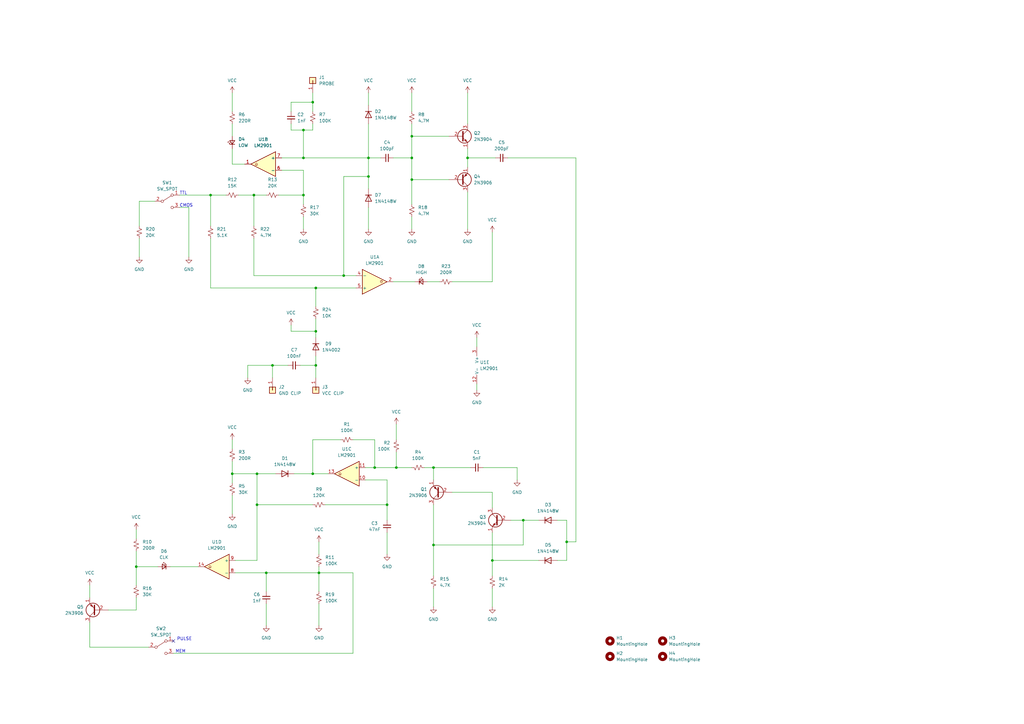
<source format=kicad_sch>
(kicad_sch (version 20220104) (generator eeschema)
  (paper "A3")
  (title_block (title "Logic Probe Model LO-525K") (date "2021-12-18") (rev "1.0"))
  (lib_symbols
    (symbol "Comparator:LM2901" (pin_names (offset 0.127))
      (property "Reference" "U" (at 0 5.08 0))
      (property "Value" "LM2901" (at 0 -5.08 0))
      (symbol "LM2901_1_1"
        (polyline (pts (xy -5.08 5.08) (xy 5.08 0) (xy -5.08 -5.08) (xy -5.08 5.08)) (stroke (width 0.254)) (fill (type background)))
        (polyline (pts (xy 3.302 -0.508) (xy 2.794 -0.508) (xy 3.302 0) (xy 2.794 0.508) (xy 2.286 0) (xy 2.794 -0.508) (xy 2.286 -0.508)) (stroke (width 0.127)))
        (pin open_collector line (at 7.62 0 180) (length 2.54) (name "~") (number "2"))
        (pin input line (at -7.62 -2.54 0) (length 2.54) (name "-") (number "4"))
        (pin input line (at -7.62 2.54 0) (length 2.54) (name "+") (number "5"))
      )
      (symbol "LM2901_2_1"
        (polyline (pts (xy -5.08 5.08) (xy 5.08 0) (xy -5.08 -5.08) (xy -5.08 5.08)) (stroke (width 0.254)) (fill (type background)))
        (polyline (pts (xy 3.302 -0.508) (xy 2.794 -0.508) (xy 3.302 0) (xy 2.794 0.508) (xy 2.286 0) (xy 2.794 -0.508) (xy 2.286 -0.508)) (stroke (width 0.127)))
        (pin open_collector line (at 7.62 0 180) (length 2.54) (name "~") (number "1"))
        (pin input line (at -7.62 -2.54 0) (length 2.54) (name "-") (number "6"))
        (pin input line (at -7.62 2.54 0) (length 2.54) (name "+") (number "7"))
      )
      (symbol "LM2901_3_1"
        (polyline (pts (xy -5.08 5.08) (xy 5.08 0) (xy -5.08 -5.08) (xy -5.08 5.08)) (stroke (width 0.254)) (fill (type background)))
        (polyline (pts (xy 3.302 -0.508) (xy 2.794 -0.508) (xy 3.302 0) (xy 2.794 0.508) (xy 2.286 0) (xy 2.794 -0.508) (xy 2.286 -0.508)) (stroke (width 0.127)))
        (pin input line (at -7.62 -2.54 0) (length 2.54) (name "-") (number "10"))
        (pin input line (at -7.62 2.54 0) (length 2.54) (name "+") (number "11"))
        (pin open_collector line (at 7.62 0 180) (length 2.54) (name "~") (number "13"))
      )
      (symbol "LM2901_4_1"
        (polyline (pts (xy -5.08 5.08) (xy 5.08 0) (xy -5.08 -5.08) (xy -5.08 5.08)) (stroke (width 0.254)) (fill (type background)))
        (polyline (pts (xy 3.302 -0.508) (xy 2.794 -0.508) (xy 3.302 0) (xy 2.794 0.508) (xy 2.286 0) (xy 2.794 -0.508) (xy 2.286 -0.508)) (stroke (width 0.127)))
        (pin open_collector line (at 7.62 0 180) (length 2.54) (name "~") (number "14"))
        (pin input line (at -7.62 -2.54 0) (length 2.54) (name "-") (number "8"))
        (pin input line (at -7.62 2.54 0) (length 2.54) (name "+") (number "9"))
      )
      (symbol "LM2901_5_1"
        (pin power_in line (at -2.54 -7.62 90) (length 3.81) (name "V-") (number "12"))
        (pin power_in line (at -2.54 7.62 270) (length 3.81) (name "V+") (number "3"))
      )
    )
    (symbol "Connector_Generic:Conn_01x01" (pin_names (offset 1.016) hide)
      (property "Reference" "J" (at 0 2.54 0))
      (property "Value" "Conn_01x01" (at 0 -2.54 0))
      (symbol "Conn_01x01_1_1"
        (rectangle (start -1.27 0.127) (end 0 -0.127) (stroke (width 0.1524)))
        (rectangle (start -1.27 1.27) (end 1.27 -1.27) (stroke (width 0.254)) (fill (type background)))
        (pin passive line (at -5.08 0 0) (length 3.81) (name "Pin_1") (number "1"))
      )
    )
    (symbol "Device:C_Small" (pin_numbers hide) (pin_names (offset 0.254) hide)
      (property "Reference" "C" (at 0.254 1.778 0))
      (property "Value" "C_Small" (at 0.254 -2.032 0))
      (symbol "C_Small_0_1"
        (polyline (pts (xy -1.524 -0.508) (xy 1.524 -0.508)) (stroke (width 0.3302)))
        (polyline (pts (xy -1.524 0.508) (xy 1.524 0.508)) (stroke (width 0.3048)))
      )
      (symbol "C_Small_1_1"
        (pin passive line (at 0 2.54 270) (length 2.032) (name "~") (number "1"))
        (pin passive line (at 0 -2.54 90) (length 2.032) (name "~") (number "2"))
      )
    )
    (symbol "Device:LED_Small" (pin_numbers hide) (pin_names (offset 0.254) hide)
      (property "Reference" "D" (at -1.27 3.175 0))
      (property "Value" "LED_Small" (at -4.445 -2.54 0))
      (symbol "LED_Small_0_1"
        (polyline (pts (xy -0.762 -1.016) (xy -0.762 1.016)) (stroke (width 0.254)))
        (polyline (pts (xy 1.016 0) (xy -0.762 0)))
        (polyline (pts (xy 0.762 -1.016) (xy -0.762 0) (xy 0.762 1.016) (xy 0.762 -1.016)) (stroke (width 0.254)))
        (polyline (pts (xy 0 0.762) (xy -0.508 1.27) (xy -0.254 1.27) (xy -0.508 1.27) (xy -0.508 1.016)))
        (polyline (pts (xy 0.508 1.27) (xy 0 1.778) (xy 0.254 1.778) (xy 0 1.778) (xy 0 1.524)))
      )
      (symbol "LED_Small_1_1"
        (pin passive line (at -2.54 0 0) (length 1.778) (name "K") (number "1"))
        (pin passive line (at 2.54 0 180) (length 1.778) (name "A") (number "2"))
      )
    )
    (symbol "Device:R_Small_US" (pin_numbers hide) (pin_names (offset 0.254) hide)
      (property "Reference" "R" (at 0.762 0.508 0))
      (property "Value" "R_Small_US" (at 0.762 -1.016 0))
      (symbol "R_Small_US_1_1"
        (polyline (pts (xy 0 0) (xy 1.016 -0.381) (xy 0 -0.762) (xy -1.016 -1.143) (xy 0 -1.524)))
        (polyline (pts (xy 0 1.524) (xy 1.016 1.143) (xy 0 0.762) (xy -1.016 0.381) (xy 0 0)))
        (pin passive line (at 0 2.54 270) (length 1.016) (name "~") (number "1"))
        (pin passive line (at 0 -2.54 90) (length 1.016) (name "~") (number "2"))
      )
    )
    (symbol "Diode:1N4002" (pin_numbers hide) (pin_names (offset 1.016) hide)
      (property "Reference" "D" (at 0 2.54 0))
      (property "Value" "1N4002" (at 0 -2.54 0))
      (symbol "1N4002_0_1"
        (polyline (pts (xy -1.27 1.27) (xy -1.27 -1.27)) (stroke (width 0.254)))
        (polyline (pts (xy 1.27 0) (xy -1.27 0)))
        (polyline (pts (xy 1.27 1.27) (xy 1.27 -1.27) (xy -1.27 0) (xy 1.27 1.27)) (stroke (width 0.254)))
      )
      (symbol "1N4002_1_1"
        (pin passive line (at -3.81 0 0) (length 2.54) (name "K") (number "1"))
        (pin passive line (at 3.81 0 180) (length 2.54) (name "A") (number "2"))
      )
    )
    (symbol "Diode:1N4148W" (pin_numbers hide) (pin_names (offset 1.016) hide)
      (property "Reference" "D" (at 0 2.54 0))
      (property "Value" "1N4148W" (at 0 -2.54 0))
      (symbol "1N4148W_0_1"
        (polyline (pts (xy -1.27 1.27) (xy -1.27 -1.27)) (stroke (width 0.254)))
        (polyline (pts (xy 1.27 0) (xy -1.27 0)))
        (polyline (pts (xy 1.27 1.27) (xy 1.27 -1.27) (xy -1.27 0) (xy 1.27 1.27)) (stroke (width 0.254)))
      )
      (symbol "1N4148W_1_1"
        (pin passive line (at -3.81 0 0) (length 2.54) (name "K") (number "1"))
        (pin passive line (at 3.81 0 180) (length 2.54) (name "A") (number "2"))
      )
    )
    (symbol "Mechanical:MountingHole" (pin_names (offset 1.016))
      (property "Reference" "H" (at 0 5.08 0))
      (property "Value" "MountingHole" (at 0 3.175 0))
      (symbol "MountingHole_0_1"
        (circle (center 0 0) (radius 1.27) (stroke (width 1.27)))
      )
    )
    (symbol "Switch:SW_SPDT" (pin_names (offset 0) hide)
      (property "Reference" "SW" (at 0 4.318 0))
      (property "Value" "SW_SPDT" (at 0 -5.08 0))
      (symbol "SW_SPDT_0_0"
        (circle (center -2.032 0) (radius 0.508))
        (circle (center 2.032 -2.54) (radius 0.508))
      )
      (symbol "SW_SPDT_0_1"
        (polyline (pts (xy -1.524 0.254) (xy 1.651 2.286)))
        (circle (center 2.032 2.54) (radius 0.508))
      )
      (symbol "SW_SPDT_1_1"
        (pin passive line (at 5.08 2.54 180) (length 2.54) (name "A") (number "1"))
        (pin passive line (at -5.08 0 0) (length 2.54) (name "B") (number "2"))
        (pin passive line (at 5.08 -2.54 180) (length 2.54) (name "C") (number "3"))
      )
    )
    (symbol "Transistor_BJT:2N3904" (pin_names (offset 0) hide)
      (property "Reference" "Q" (at 5.08 1.905 0))
      (property "Value" "2N3904" (at 5.08 0 0))
      (symbol "2N3904_0_1"
        (polyline (pts (xy 0.635 0.635) (xy 2.54 2.54)))
        (polyline (pts (xy 0.635 -0.635) (xy 2.54 -2.54) (xy 2.54 -2.54)))
        (polyline (pts (xy 0.635 1.905) (xy 0.635 -1.905) (xy 0.635 -1.905)) (stroke (width 0.508)))
        (polyline (pts (xy 1.27 -1.778) (xy 1.778 -1.27) (xy 2.286 -2.286) (xy 1.27 -1.778) (xy 1.27 -1.778)) (fill (type outline)))
        (circle (center 1.27 0) (radius 2.8194) (stroke (width 0.254)))
      )
      (symbol "2N3904_1_1"
        (pin passive line (at 2.54 -5.08 90) (length 2.54) (name "E") (number "1"))
        (pin passive line (at -5.08 0 0) (length 5.715) (name "B") (number "2"))
        (pin passive line (at 2.54 5.08 270) (length 2.54) (name "C") (number "3"))
      )
    )
    (symbol "Transistor_BJT:2N3906" (pin_names (offset 0) hide)
      (property "Reference" "Q" (at 5.08 1.905 0))
      (property "Value" "2N3906" (at 5.08 0 0))
      (symbol "2N3906_0_1"
        (polyline (pts (xy 0.635 0.635) (xy 2.54 2.54)))
        (polyline (pts (xy 0.635 -0.635) (xy 2.54 -2.54) (xy 2.54 -2.54)))
        (polyline (pts (xy 0.635 1.905) (xy 0.635 -1.905) (xy 0.635 -1.905)) (stroke (width 0.508)))
        (polyline (pts (xy 2.286 -1.778) (xy 1.778 -2.286) (xy 1.27 -1.27) (xy 2.286 -1.778) (xy 2.286 -1.778)) (fill (type outline)))
        (circle (center 1.27 0) (radius 2.8194) (stroke (width 0.254)))
      )
      (symbol "2N3906_1_1"
        (pin passive line (at 2.54 -5.08 90) (length 2.54) (name "E") (number "1"))
        (pin input line (at -5.08 0 0) (length 5.715) (name "B") (number "2"))
        (pin passive line (at 2.54 5.08 270) (length 2.54) (name "C") (number "3"))
      )
    )
    (symbol "power:GND" (power) (pin_names (offset 0))
      (property "Value" "GND" (at 0 -3.81 0))
      (symbol "GND_0_1"
        (polyline (pts (xy 0 0) (xy 0 -1.27) (xy 1.27 -1.27) (xy 0 -2.54) (xy -1.27 -1.27) (xy 0 -1.27)))
      )
      (symbol "GND_1_1"
        (pin power_in line (at 0 0 270) (length 0) hide (name "GND") (number "1"))
      )
    )
    (symbol "power:VCC" (power) (pin_names (offset 0))
      (property "Value" "VCC" (at 0 3.81 0))
      (symbol "VCC_0_1"
        (polyline (pts (xy -0.762 1.27) (xy 0 2.54)))
        (polyline (pts (xy 0 0) (xy 0 2.54)))
        (polyline (pts (xy 0 2.54) (xy 0.762 1.27)))
      )
      (symbol "VCC_1_1"
        (pin power_in line (at 0 0 90) (length 0) hide (name "VCC") (number "1"))
      )
    )
  )
  (junction (at 151.13 72.39))
  (junction (at 177.8 223.52))
  (junction (at 129.54 149.86))
  (junction (at 168.91 55.88))
  (junction (at 177.8 191.77))
  (junction (at 168.91 73.66))
  (junction (at 104.14 80.01))
  (junction (at 129.54 118.11))
  (junction (at 124.46 64.77))
  (junction (at 168.91 64.77))
  (junction (at 129.54 135.89))
  (junction (at 111.76 149.86))
  (junction (at 158.75 207.01))
  (junction (at 140.97 113.03))
  (junction (at 162.56 191.77))
  (junction (at 86.36 80.01))
  (junction (at 124.46 53.34))
  (junction (at 105.41 194.31))
  (junction (at 214.63 213.36))
  (junction (at 95.25 194.31))
  (junction (at 124.46 80.01))
  (junction (at 109.22 234.95))
  (junction (at 232.41 222.25))
  (junction (at 128.27 194.31))
  (junction (at 105.41 207.01))
  (junction (at 191.77 64.77))
  (junction (at 130.81 234.95))
  (junction (at 153.67 191.77))
  (junction (at 151.13 64.77))
  (junction (at 55.88 232.41))
  (junction (at 128.27 41.91))
  (junction (at 201.93 229.87))
  (no_connect (at 71.12 262.89))
  (wire (pts (xy 105.41 207.01) (xy 105.41 229.87)))
  (wire (pts (xy 153.67 191.77) (xy 149.86 191.77)))
  (wire (pts (xy 153.67 191.77) (xy 153.67 180.34)))
  (wire (pts (xy 128.27 180.34) (xy 128.27 194.31)))
  (wire (pts (xy 115.57 69.85) (xy 124.46 69.85)))
  (wire (pts (xy 214.63 223.52) (xy 177.8 223.52)))
  (wire (pts (xy 105.41 194.31) (xy 105.41 207.01)))
  (wire (pts (xy 86.36 80.01) (xy 73.66 80.01)))
  (wire (pts (xy 124.46 64.77) (xy 124.46 53.34)))
  (wire (pts (xy 130.81 222.25) (xy 130.81 227.33)))
  (wire (pts (xy 191.77 60.96) (xy 191.77 64.77)))
  (wire (pts (xy 101.6 149.86) (xy 101.6 154.94)))
  (wire (pts (xy 162.56 173.99) (xy 162.56 180.34)))
  (wire (pts (xy 95.25 60.96) (xy 95.25 67.31)))
  (wire (pts (xy 158.75 207.01) (xy 133.35 207.01)))
  (wire (pts (xy 162.56 185.42) (xy 162.56 191.77)))
  (wire (pts (xy 119.38 53.34) (xy 124.46 53.34)))
  (wire (pts (xy 55.88 245.11) (xy 55.88 250.19)))
  (wire (pts (xy 140.97 72.39) (xy 151.13 72.39)))
  (wire (pts (xy 158.75 218.44) (xy 158.75 227.33)))
  (wire (pts (xy 201.93 201.93) (xy 185.42 201.93)))
  (wire (pts (xy 129.54 135.89) (xy 119.38 135.89)))
  (wire (pts (xy 140.97 72.39) (xy 140.97 113.03)))
  (wire (pts (xy 104.14 80.01) (xy 109.22 80.01)))
  (wire (pts (xy 177.8 196.85) (xy 177.8 191.77)))
  (wire (pts (xy 177.8 223.52) (xy 177.8 236.22)))
  (wire (pts (xy 124.46 64.77) (xy 151.13 64.77)))
  (wire (pts (xy 77.47 85.09) (xy 77.47 105.41)))
  (wire (pts (xy 212.09 191.77) (xy 212.09 196.85)))
  (wire (pts (xy 158.75 196.85) (xy 158.75 207.01)))
  (wire (pts (xy 92.71 80.01) (xy 86.36 80.01)))
  (wire (pts (xy 109.22 234.95) (xy 109.22 242.57)))
  (wire (pts (xy 128.27 53.34) (xy 128.27 50.8)))
  (wire (pts (xy 124.46 53.34) (xy 128.27 53.34)))
  (wire (pts (xy 55.88 232.41) (xy 55.88 240.03)))
  (wire (pts (xy 128.27 41.91) (xy 128.27 45.72)))
  (wire (pts (xy 151.13 50.8) (xy 151.13 64.77)))
  (wire (pts (xy 184.15 73.66) (xy 168.91 73.66)))
  (wire (pts (xy 96.52 234.95) (xy 109.22 234.95)))
  (wire (pts (xy 111.76 149.86) (xy 101.6 149.86)))
  (wire (pts (xy 124.46 88.9) (xy 124.46 93.98)))
  (wire (pts (xy 130.81 232.41) (xy 130.81 234.95)))
  (wire (pts (xy 220.98 229.87) (xy 201.93 229.87)))
  (wire (pts (xy 36.83 255.27) (xy 36.83 265.43)))
  (wire (pts (xy 104.14 80.01) (xy 104.14 92.71)))
  (wire (pts (xy 191.77 78.74) (xy 191.77 93.98)))
  (wire (pts (xy 162.56 191.77) (xy 153.67 191.77)))
  (wire (pts (xy 232.41 229.87) (xy 228.6 229.87)))
  (wire (pts (xy 129.54 135.89) (xy 129.54 138.43)))
  (wire (pts (xy 144.78 267.97) (xy 71.12 267.97)))
  (wire (pts (xy 104.14 97.79) (xy 104.14 113.03)))
  (wire (pts (xy 201.93 95.25) (xy 201.93 115.57)))
  (wire (pts (xy 232.41 222.25) (xy 232.41 229.87)))
  (wire (pts (xy 151.13 64.77) (xy 151.13 72.39)))
  (wire (pts (xy 86.36 80.01) (xy 86.36 92.71)))
  (wire (pts (xy 60.96 265.43) (xy 36.83 265.43)))
  (wire (pts (xy 113.03 194.31) (xy 105.41 194.31)))
  (wire (pts (xy 36.83 240.03) (xy 36.83 245.11)))
  (wire (pts (xy 128.27 207.01) (xy 105.41 207.01)))
  (wire (pts (xy 95.25 194.31) (xy 95.25 198.12)))
  (wire (pts (xy 168.91 73.66) (xy 168.91 83.82)))
  (wire (pts (xy 105.41 194.31) (xy 95.25 194.31)))
  (wire (pts (xy 129.54 118.11) (xy 146.05 118.11)))
  (wire (pts (xy 139.7 180.34) (xy 128.27 180.34)))
  (wire (pts (xy 236.22 222.25) (xy 232.41 222.25)))
  (wire (pts (xy 129.54 130.81) (xy 129.54 135.89)))
  (wire (pts (xy 123.19 149.86) (xy 129.54 149.86)))
  (wire (pts (xy 177.8 191.77) (xy 173.99 191.77)))
  (wire (pts (xy 55.88 217.17) (xy 55.88 220.98)))
  (wire (pts (xy 177.8 207.01) (xy 177.8 223.52)))
  (wire (pts (xy 114.3 80.01) (xy 124.46 80.01)))
  (wire (pts (xy 198.12 191.77) (xy 212.09 191.77)))
  (wire (pts (xy 128.27 194.31) (xy 120.65 194.31)))
  (wire (pts (xy 149.86 196.85) (xy 158.75 196.85)))
  (wire (pts (xy 201.93 208.28) (xy 201.93 201.93)))
  (wire (pts (xy 220.98 213.36) (xy 214.63 213.36)))
  (wire (pts (xy 168.91 55.88) (xy 168.91 64.77)))
  (wire (pts (xy 130.81 234.95) (xy 144.78 234.95)))
  (wire (pts (xy 119.38 41.91) (xy 128.27 41.91)))
  (wire (pts (xy 175.26 115.57) (xy 180.34 115.57)))
  (wire (pts (xy 124.46 80.01) (xy 124.46 83.82)))
  (wire (pts (xy 185.42 115.57) (xy 201.93 115.57)))
  (wire (pts (xy 119.38 50.8) (xy 119.38 53.34)))
  (wire (pts (xy 195.58 157.48) (xy 195.58 160.02)))
  (wire (pts (xy 201.93 241.3) (xy 201.93 248.92)))
  (wire (pts (xy 95.25 180.34) (xy 95.25 184.15)))
  (wire (pts (xy 130.81 247.65) (xy 130.81 256.54)))
  (wire (pts (xy 73.66 85.09) (xy 77.47 85.09)))
  (wire (pts (xy 177.8 241.3) (xy 177.8 248.92)))
  (wire (pts (xy 57.15 82.55) (xy 57.15 92.71)))
  (wire (pts (xy 168.91 38.1) (xy 168.91 45.72)))
  (wire (pts (xy 201.93 218.44) (xy 201.93 229.87)))
  (wire (pts (xy 109.22 234.95) (xy 130.81 234.95)))
  (wire (pts (xy 86.36 97.79) (xy 86.36 118.11)))
  (wire (pts (xy 100.33 67.31) (xy 95.25 67.31)))
  (wire (pts (xy 119.38 133.35) (xy 119.38 135.89)))
  (wire (pts (xy 81.28 232.41) (xy 69.85 232.41)))
  (wire (pts (xy 55.88 226.06) (xy 55.88 232.41)))
  (wire (pts (xy 95.25 203.2) (xy 95.25 210.82)))
  (wire (pts (xy 193.04 191.77) (xy 177.8 191.77)))
  (wire (pts (xy 191.77 64.77) (xy 203.2 64.77)))
  (wire (pts (xy 130.81 234.95) (xy 130.81 242.57)))
  (wire (pts (xy 201.93 229.87) (xy 201.93 236.22)))
  (wire (pts (xy 115.57 64.77) (xy 124.46 64.77)))
  (wire (pts (xy 55.88 250.19) (xy 44.45 250.19)))
  (wire (pts (xy 151.13 85.09) (xy 151.13 93.98)))
  (wire (pts (xy 236.22 64.77) (xy 208.28 64.77)))
  (wire (pts (xy 144.78 234.95) (xy 144.78 267.97)))
  (wire (pts (xy 86.36 118.11) (xy 129.54 118.11)))
  (wire (pts (xy 129.54 118.11) (xy 129.54 125.73)))
  (wire (pts (xy 158.75 207.01) (xy 158.75 213.36)))
  (wire (pts (xy 214.63 213.36) (xy 214.63 223.52)))
  (wire (pts (xy 64.77 232.41) (xy 55.88 232.41)))
  (wire (pts (xy 191.77 64.77) (xy 191.77 68.58)))
  (wire (pts (xy 129.54 149.86) (xy 129.54 154.94)))
  (wire (pts (xy 111.76 149.86) (xy 111.76 154.94)))
  (wire (pts (xy 232.41 222.25) (xy 232.41 213.36)))
  (wire (pts (xy 236.22 222.25) (xy 236.22 64.77)))
  (wire (pts (xy 151.13 64.77) (xy 156.21 64.77)))
  (wire (pts (xy 168.91 50.8) (xy 168.91 55.88)))
  (wire (pts (xy 95.25 38.1) (xy 95.25 45.72)))
  (wire (pts (xy 118.11 149.86) (xy 111.76 149.86)))
  (wire (pts (xy 153.67 180.34) (xy 144.78 180.34)))
  (wire (pts (xy 57.15 97.79) (xy 57.15 105.41)))
  (wire (pts (xy 124.46 69.85) (xy 124.46 80.01)))
  (wire (pts (xy 95.25 189.23) (xy 95.25 194.31)))
  (wire (pts (xy 161.29 115.57) (xy 170.18 115.57)))
  (wire (pts (xy 129.54 146.05) (xy 129.54 149.86)))
  (wire (pts (xy 195.58 138.43) (xy 195.58 142.24)))
  (wire (pts (xy 128.27 38.1) (xy 128.27 41.91)))
  (wire (pts (xy 168.91 55.88) (xy 184.15 55.88)))
  (wire (pts (xy 97.79 80.01) (xy 104.14 80.01)))
  (wire (pts (xy 168.91 191.77) (xy 162.56 191.77)))
  (wire (pts (xy 161.29 64.77) (xy 168.91 64.77)))
  (wire (pts (xy 151.13 72.39) (xy 151.13 77.47)))
  (wire (pts (xy 128.27 194.31) (xy 134.62 194.31)))
  (wire (pts (xy 140.97 113.03) (xy 146.05 113.03)))
  (wire (pts (xy 109.22 247.65) (xy 109.22 256.54)))
  (wire (pts (xy 168.91 73.66) (xy 168.91 64.77)))
  (wire (pts (xy 191.77 38.1) (xy 191.77 50.8)))
  (wire (pts (xy 104.14 113.03) (xy 140.97 113.03)))
  (wire (pts (xy 95.25 50.8) (xy 95.25 55.88)))
  (wire (pts (xy 119.38 45.72) (xy 119.38 41.91)))
  (wire (pts (xy 151.13 38.1) (xy 151.13 43.18)))
  (wire (pts (xy 232.41 213.36) (xy 228.6 213.36)))
  (wire (pts (xy 105.41 229.87) (xy 96.52 229.87)))
  (wire (pts (xy 214.63 213.36) (xy 209.55 213.36)))
  (wire (pts (xy 168.91 88.9) (xy 168.91 93.98)))
  (wire (pts (xy 63.5 82.55) (xy 57.15 82.55)))
  (text "CMOS" (at 73.66 85.09 0) (effects (font (size 1.27 1.27)) (justify left bottom)))
  (text "MEM" (at 76.2 267.97 0) (effects (font (size 1.27 1.27)) (justify right bottom)))
  (text "PULSE" (at 78.74 262.89 0) (effects (font (size 1.27 1.27)) (justify right bottom)))
  (text "TTL" (at 73.66 80.01 0) (effects (font (size 1.27 1.27)) (justify left bottom)))
  (symbol (lib_id "power:GND") (at 77.47 105.41 0) (unit 1)
    (property "Reference" "#PWR022" (effects hide))
    (property "Value" "GND" (at 77.47 110.49 0))
  )
  (symbol (lib_id "Device:R_Small_US") (at 128.27 48.26 0) (unit 1)
    (property "Reference" "R7" (at 130.81 46.9899 0) (effects (justify left)))
    (property "Value" "100K" (at 130.81 49.5299 0) (effects (justify left)))
    (property "Footprint" "Resistor_SMD:R_0805_2012Metric" (effects hide))
  )
  (symbol (lib_id "Device:R_Small_US") (at 171.45 191.77 270) (mirror x) (unit 1)
    (property "Reference" "R4" (at 171.45 185.42 90))
    (property "Value" "100K" (at 171.45 187.96 90))
    (property "Footprint" "Resistor_SMD:R_0805_2012Metric" (effects hide))
  )
  (symbol (lib_id "Transistor_BJT:2N3904") (at 204.47 213.36 0) (mirror y) (unit 1)
    (property "Reference" "Q3" (at 199.39 212.0899 0) (effects (justify left)))
    (property "Value" "2N3904" (at 199.39 214.6299 0) (effects (justify left)))
    (property "Footprint" "Package_TO_SOT_THT:TO-92_Inline" (effects hide))
    (property "Datasheet" "https://www.onsemi.com/pub/Collateral/2N3903-D.PDF" (effects hide))
  )
  (symbol (lib_id "Comparator:LM2901") (at 153.67 115.57 0) (mirror x) (unit 1)
    (property "Reference" "U1" (at 153.67 105.41 0))
    (property "Value" "LM2901" (at 153.67 107.95 0))
    (property "Footprint" "Package_SO:SOIC-14_3.9x8.7mm_P1.27mm" (effects hide))
    (property "Datasheet" "https://www.st.com/resource/en/datasheet/lm2901.pdf" (effects hide))
  )
  (symbol (lib_id "Connector_Generic:Conn_01x01") (at 111.76 160.02 270) (unit 1)
    (property "Reference" "J2" (at 114.3 158.7499 90) (effects (justify left)))
    (property "Value" "GND CLIP" (at 114.3 161.2899 90) (effects (justify left)))
    (property "Footprint" "Connector:Banana_Jack_1Pin" (effects hide))
  )
  (symbol (lib_id "power:GND") (at 151.13 93.98 0) (unit 1)
    (property "Reference" "#PWR015" (effects hide))
    (property "Value" "GND" (at 151.13 99.06 0))
  )
  (symbol (lib_id "power:GND") (at 212.09 196.85 0) (mirror y) (unit 1)
    (property "Reference" "#PWR07" (effects hide))
    (property "Value" "GND" (at 212.09 201.93 0))
  )
  (symbol (lib_id "Device:R_Small_US") (at 130.81 207.01 90) (mirror x) (unit 1)
    (property "Reference" "R9" (at 130.81 200.66 90))
    (property "Value" "120K" (at 130.81 203.2 90))
    (property "Footprint" "Resistor_SMD:R_0805_2012Metric" (effects hide))
  )
  (symbol (lib_id "Device:R_Small_US") (at 111.76 80.01 90) (unit 1)
    (property "Reference" "R13" (at 111.76 73.66 90))
    (property "Value" "20K" (at 111.76 76.2 90))
    (property "Footprint" "Resistor_SMD:R_0805_2012Metric" (effects hide))
  )
  (symbol (lib_id "power:VCC") (at 95.25 180.34 0) (mirror y) (unit 1)
    (property "Reference" "#PWR02" (effects hide))
    (property "Value" "VCC" (at 95.25 175.26 0))
  )
  (symbol (lib_id "power:GND") (at 191.77 93.98 0) (unit 1)
    (property "Reference" "#PWR017" (effects hide))
    (property "Value" "GND" (at 191.77 99.06 0))
  )
  (symbol (lib_id "Comparator:LM2901") (at 107.95 67.31 0) (mirror y) (unit 2)
    (property "Reference" "U1" (at 107.95 57.15 0))
    (property "Value" "LM2901" (at 107.95 59.69 0))
    (property "Footprint" "Package_SO:SOIC-14_3.9x8.7mm_P1.27mm" (effects hide))
    (property "Datasheet" "https://www.st.com/resource/en/datasheet/lm2901.pdf" (effects hide))
  )
  (symbol (lib_id "power:VCC") (at 162.56 173.99 0) (mirror y) (unit 1)
    (property "Reference" "#PWR01" (effects hide))
    (property "Value" "VCC" (at 162.56 168.91 0))
  )
  (symbol (lib_id "Device:R_Small_US") (at 124.46 86.36 0) (unit 1)
    (property "Reference" "R17" (at 127 85.0899 0) (effects (justify left)))
    (property "Value" "30K" (at 127 87.6299 0) (effects (justify left)))
    (property "Footprint" "Resistor_SMD:R_0805_2012Metric" (effects hide))
  )
  (symbol (lib_id "power:VCC") (at 119.38 133.35 0) (unit 1)
    (property "Reference" "#PWR024" (effects hide))
    (property "Value" "VCC" (at 119.38 128.27 0))
  )
  (symbol (lib_id "power:VCC") (at 201.93 95.25 0) (unit 1)
    (property "Reference" "#PWR018" (effects hide))
    (property "Value" "VCC" (at 201.93 90.17 0))
  )
  (symbol (lib_id "power:GND") (at 124.46 93.98 0) (unit 1)
    (property "Reference" "#PWR014" (effects hide))
    (property "Value" "GND" (at 124.46 99.06 0))
  )
  (symbol (lib_id "Device:LED_Small") (at 95.25 58.42 90) (unit 1)
    (property "Reference" "D4" (at 97.79 57.0864 90) (effects (justify right)))
    (property "Value" "LOW" (at 97.79 59.6264 90) (effects (justify right)))
    (property "Footprint" "LED_THT:LED_D3.0mm_FlatTop" (effects hide))
  )
  (symbol (lib_id "Device:R_Small_US") (at 95.25 48.26 0) (unit 1)
    (property "Reference" "R6" (at 97.79 46.9899 0) (effects (justify left)))
    (property "Value" "220R" (at 97.79 49.5299 0) (effects (justify left)))
    (property "Footprint" "Resistor_SMD:R_0805_2012Metric" (effects hide))
  )
  (symbol (lib_id "Transistor_BJT:2N3906") (at 189.23 73.66 0) (mirror x) (unit 1)
    (property "Reference" "Q4" (at 194.31 72.3899 0) (effects (justify left)))
    (property "Value" "2N3906" (at 194.31 74.9299 0) (effects (justify left)))
    (property "Footprint" "Package_TO_SOT_THT:TO-92_Inline" (effects hide))
    (property "Datasheet" "https://www.onsemi.com/pub/Collateral/2N3906-D.PDF" (effects hide))
  )
  (symbol (lib_id "Device:R_Small_US") (at 55.88 223.52 0) (mirror y) (unit 1)
    (property "Reference" "R10" (at 58.42 222.2499 0) (effects (justify right)))
    (property "Value" "200R" (at 58.42 224.7899 0) (effects (justify right)))
    (property "Footprint" "Resistor_SMD:R_0805_2012Metric" (effects hide))
  )
  (symbol (lib_id "power:VCC") (at 151.13 38.1 0) (unit 1)
    (property "Reference" "#PWR04" (effects hide))
    (property "Value" "VCC" (at 151.13 33.02 0))
  )
  (symbol (lib_id "Device:R_Small_US") (at 201.93 238.76 0) (mirror y) (unit 1)
    (property "Reference" "R14" (at 204.47 237.4899 0) (effects (justify right)))
    (property "Value" "2K" (at 204.47 240.0299 0) (effects (justify right)))
    (property "Footprint" "Resistor_SMD:R_0805_2012Metric" (effects hide))
  )
  (symbol (lib_id "Device:LED_Small") (at 172.72 115.57 0) (unit 1)
    (property "Reference" "D8" (at 172.7835 109.22 0))
    (property "Value" "HIGH" (at 172.7835 111.76 0))
    (property "Footprint" "LED_THT:LED_D3.0mm_FlatTop" (effects hide))
  )
  (symbol (lib_id "power:VCC") (at 55.88 217.17 0) (mirror y) (unit 1)
    (property "Reference" "#PWR0101" (effects hide))
    (property "Value" "VCC" (at 55.88 212.09 0))
  )
  (symbol (lib_id "Switch:SW_SPDT") (at 66.04 265.43 0) (unit 1)
    (property "Reference" "SW2" (at 66.04 257.81 0))
    (property "Value" "SW_SPDT" (at 66.04 260.35 0))
    (property "Footprint" "Button_Switch_THT:SW_Slide_1P2T_CK_OS102011MS2Q" (effects hide))
  )
  (symbol (lib_id "Device:C_Small") (at 195.58 191.77 270) (mirror x) (unit 1)
    (property "Reference" "C1" (at 195.5736 185.42 90))
    (property "Value" "5nF" (at 195.5736 187.96 90))
    (property "Footprint" "Capacitor_SMD:C_0805_2012Metric" (effects hide))
  )
  (symbol (lib_id "Device:R_Small_US") (at 95.25 80.01 90) (unit 1)
    (property "Reference" "R12" (at 95.25 73.66 90))
    (property "Value" "15K" (at 95.25 76.2 90))
    (property "Footprint" "Resistor_SMD:R_0805_2012Metric" (effects hide))
  )
  (symbol (lib_id "Diode:1N4148W") (at 224.79 229.87 0) (mirror x) (unit 1)
    (property "Reference" "D5" (at 224.79 223.52 0))
    (property "Value" "1N4148W" (at 224.79 226.06 0))
    (property "Footprint" "Diode_SMD:D_SOD-123" (effects hide))
    (property "Datasheet" "https://www.vishay.com/docs/85748/1n4148w.pdf" (effects hide))
  )
  (symbol (lib_id "Comparator:LM2901") (at 198.12 149.86 0) (unit 5)
    (property "Reference" "U1" (at 196.85 148.5899 0) (effects (justify left)))
    (property "Value" "LM2901" (at 196.85 151.1299 0) (effects (justify left)))
    (property "Footprint" "Package_SO:SOIC-14_3.9x8.7mm_P1.27mm" (effects hide))
    (property "Datasheet" "https://www.st.com/resource/en/datasheet/lm2901.pdf" (effects hide))
  )
  (symbol (lib_id "Diode:1N4002") (at 129.54 142.24 270) (unit 1)
    (property "Reference" "D9" (at 133.35 140.97 90) (effects (justify left)))
    (property "Value" "1N4002" (at 132.08 143.51 90) (effects (justify left)))
    (property "Footprint" "Diode_SMD:D_SOD-123" (effects hide))
    (property "Datasheet" "http://www.vishay.com/docs/88503/1n4001.pdf" (effects hide))
  )
  (symbol (lib_id "Diode:1N4148W") (at 224.79 213.36 0) (mirror x) (unit 1)
    (property "Reference" "D3" (at 224.79 207.01 0))
    (property "Value" "1N4148W" (at 224.79 209.55 0))
    (property "Footprint" "Diode_SMD:D_SOD-123" (effects hide))
    (property "Datasheet" "https://www.vishay.com/docs/85748/1n4148w.pdf" (effects hide))
  )
  (symbol (lib_id "Device:R_Small_US") (at 129.54 128.27 0) (unit 1)
    (property "Reference" "R24" (at 132.08 126.9999 0) (effects (justify left)))
    (property "Value" "10K" (at 132.08 129.5399 0) (effects (justify left)))
    (property "Footprint" "Resistor_SMD:R_0805_2012Metric" (effects hide))
  )
  (symbol (lib_id "power:VCC") (at 36.83 240.03 0) (mirror y) (unit 1)
    (property "Reference" "#PWR011" (effects hide))
    (property "Value" "VCC" (at 36.83 234.95 0))
  )
  (symbol (lib_id "Device:R_Small_US") (at 182.88 115.57 90) (unit 1)
    (property "Reference" "R23" (at 182.88 109.22 90))
    (property "Value" "200R" (at 182.88 111.76 90))
    (property "Footprint" "Resistor_SMD:R_0805_2012Metric" (effects hide))
  )
  (symbol (lib_id "Device:R_Small_US") (at 55.88 242.57 0) (mirror y) (unit 1)
    (property "Reference" "R16" (at 58.42 241.2999 0) (effects (justify right)))
    (property "Value" "30K" (at 58.42 243.8399 0) (effects (justify right)))
    (property "Footprint" "Resistor_SMD:R_0805_2012Metric" (effects hide))
  )
  (symbol (lib_id "Device:R_Small_US") (at 95.25 186.69 0) (mirror y) (unit 1)
    (property "Reference" "R3" (at 97.79 185.4199 0) (effects (justify right)))
    (property "Value" "200R" (at 97.79 187.9599 0) (effects (justify right)))
    (property "Footprint" "Resistor_SMD:R_0805_2012Metric" (effects hide))
  )
  (symbol (lib_id "Device:C_Small") (at 205.74 64.77 90) (unit 1)
    (property "Reference" "C5" (at 205.7463 58.42 90))
    (property "Value" "200pF" (at 205.7463 60.96 90))
    (property "Footprint" "Capacitor_SMD:C_0805_2012Metric" (effects hide))
  )
  (symbol (lib_id "power:VCC") (at 195.58 138.43 0) (unit 1)
    (property "Reference" "#PWR023" (effects hide))
    (property "Value" "VCC" (at 195.58 133.35 0))
  )
  (symbol (lib_id "power:GND") (at 168.91 93.98 0) (unit 1)
    (property "Reference" "#PWR016" (effects hide))
    (property "Value" "GND" (at 168.91 99.06 0))
  )
  (symbol (lib_id "Device:R_Small_US") (at 57.15 95.25 180) (unit 1)
    (property "Reference" "R20" (at 59.69 93.9799 0) (effects (justify right)))
    (property "Value" "20K" (at 59.69 96.5199 0) (effects (justify right)))
    (property "Footprint" "Resistor_SMD:R_0805_2012Metric" (effects hide))
  )
  (symbol (lib_id "power:GND") (at 201.93 248.92 0) (mirror y) (unit 1)
    (property "Reference" "#PWR012" (effects hide))
    (property "Value" "GND" (at 201.93 254 0))
  )
  (symbol (lib_id "Device:C_Small") (at 158.75 215.9 0) (mirror x) (unit 1)
    (property "Reference" "C3" (at 154.94 214.63 0) (effects (justify right)))
    (property "Value" "47nF" (at 153.67 217.17 0))
    (property "Footprint" "Capacitor_SMD:C_0805_2012Metric" (effects hide))
  )
  (symbol (lib_id "power:GND") (at 95.25 210.82 0) (mirror y) (unit 1)
    (property "Reference" "#PWR08" (effects hide))
    (property "Value" "GND" (at 95.25 215.9 0))
  )
  (symbol (lib_id "Switch:SW_SPDT") (at 68.58 82.55 0) (unit 1)
    (property "Reference" "SW1" (at 68.58 74.93 0))
    (property "Value" "SW_SPDT" (at 68.58 77.47 0))
    (property "Footprint" "Button_Switch_THT:SW_Slide_1P2T_CK_OS102011MS2Q" (effects hide))
  )
  (symbol (lib_id "Device:R_Small_US") (at 130.81 245.11 0) (mirror y) (unit 1)
    (property "Reference" "R19" (at 133.35 243.8399 0) (effects (justify right)))
    (property "Value" "100K" (at 133.35 246.3799 0) (effects (justify right)))
    (property "Footprint" "Resistor_SMD:R_0805_2012Metric" (effects hide))
  )
  (symbol (lib_id "power:GND") (at 57.15 105.41 0) (unit 1)
    (property "Reference" "#PWR021" (effects hide))
    (property "Value" "GND" (at 57.15 110.49 0))
  )
  (symbol (lib_id "Device:R_Small_US") (at 95.25 200.66 0) (mirror y) (unit 1)
    (property "Reference" "R5" (at 97.79 199.3899 0) (effects (justify right)))
    (property "Value" "30K" (at 97.79 201.9299 0) (effects (justify right)))
    (property "Footprint" "Resistor_SMD:R_0805_2012Metric" (effects hide))
  )
  (symbol (lib_id "Device:C_Small") (at 119.38 48.26 0) (mirror y) (unit 1)
    (property "Reference" "C2" (at 121.92 46.9962 0) (effects (justify right)))
    (property "Value" "1nF" (at 121.92 49.5362 0) (effects (justify right)))
    (property "Footprint" "Capacitor_SMD:C_0805_2012Metric" (effects hide))
  )
  (symbol (lib_id "Device:R_Small_US") (at 168.91 86.36 0) (unit 1)
    (property "Reference" "R18" (at 171.45 85.0899 0) (effects (justify left)))
    (property "Value" "4.7M" (at 171.45 87.6299 0) (effects (justify left)))
    (property "Footprint" "Resistor_SMD:R_0805_2012Metric" (effects hide))
  )
  (symbol (lib_id "Diode:1N4148W") (at 151.13 81.28 270) (unit 1)
    (property "Reference" "D7" (at 153.67 80.0099 90) (effects (justify left)))
    (property "Value" "1N4148W" (at 153.67 82.5499 90) (effects (justify left)))
    (property "Footprint" "Diode_SMD:D_SOD-123" (effects hide))
    (property "Datasheet" "https://www.vishay.com/docs/85748/1n4148w.pdf" (effects hide))
  )
  (symbol (lib_id "power:VCC") (at 95.25 38.1 0) (unit 1)
    (property "Reference" "#PWR03" (effects hide))
    (property "Value" "VCC" (at 95.25 33.02 0))
  )
  (symbol (lib_id "Device:R_Small_US") (at 168.91 48.26 0) (unit 1)
    (property "Reference" "R8" (at 171.45 46.9899 0) (effects (justify left)))
    (property "Value" "4.7M" (at 171.45 49.5299 0) (effects (justify left)))
    (property "Footprint" "Resistor_SMD:R_0805_2012Metric" (effects hide))
  )
  (symbol (lib_id "power:GND") (at 195.58 160.02 0) (unit 1)
    (property "Reference" "#PWR025" (effects hide))
    (property "Value" "GND" (at 195.58 165.1 0))
  )
  (symbol (lib_id "Device:LED_Small") (at 67.31 232.41 0) (mirror y) (unit 1)
    (property "Reference" "D6" (at 67.2465 226.06 0))
    (property "Value" "CLK" (at 67.2465 228.6 0))
    (property "Footprint" "LED_THT:LED_D3.0mm_FlatTop" (effects hide))
  )
  (symbol (lib_id "Connector_Generic:Conn_01x01") (at 128.27 33.02 90) (unit 1)
    (property "Reference" "J1" (at 130.81 31.7499 90) (effects (justify right)))
    (property "Value" "PROBE" (at 130.81 34.2899 90) (effects (justify right)))
    (property "Footprint" "Connector:Banana_Jack_1Pin" (effects hide))
  )
  (symbol (lib_id "power:GND") (at 101.6 154.94 0) (unit 1)
    (property "Reference" "#PWR026" (effects hide))
    (property "Value" "GND" (at 101.6 160.02 0))
  )
  (symbol (lib_id "Device:R_Small_US") (at 177.8 238.76 0) (mirror y) (unit 1)
    (property "Reference" "R15" (at 180.34 237.4899 0) (effects (justify right)))
    (property "Value" "4.7K" (at 180.34 240.0299 0) (effects (justify right)))
    (property "Footprint" "Resistor_SMD:R_0805_2012Metric" (effects hide))
  )
  (symbol (lib_id "Mechanical:MountingHole") (at 250.19 262.89 0) (unit 1)
    (property "Reference" "H1" (at 252.73 261.6199 0) (effects (justify left)))
    (property "Value" "MountingHole" (at 252.73 264.1599 0) (effects (justify left)))
    (property "Footprint" "MountingHole:MountingHole_2.2mm_M2_DIN965" (effects hide))
  )
  (symbol (lib_id "Transistor_BJT:2N3906") (at 39.37 250.19 180) (unit 1)
    (property "Reference" "Q5" (at 34.29 248.9199 0) (effects (justify left)))
    (property "Value" "2N3906" (at 34.29 251.4599 0) (effects (justify left)))
    (property "Footprint" "Package_TO_SOT_THT:TO-92_Inline" (effects hide))
    (property "Datasheet" "https://www.onsemi.com/pub/Collateral/2N3906-D.PDF" (effects hide))
  )
  (symbol (lib_id "power:GND") (at 130.81 256.54 0) (mirror y) (unit 1)
    (property "Reference" "#PWR019" (effects hide))
    (property "Value" "GND" (at 130.81 261.62 0))
  )
  (symbol (lib_id "Device:R_Small_US") (at 130.81 229.87 0) (mirror y) (unit 1)
    (property "Reference" "R11" (at 133.35 228.5999 0) (effects (justify right)))
    (property "Value" "100K" (at 133.35 231.1399 0) (effects (justify right)))
    (property "Footprint" "Resistor_SMD:R_0805_2012Metric" (effects hide))
  )
  (symbol (lib_id "Transistor_BJT:2N3906") (at 180.34 201.93 180) (unit 1)
    (property "Reference" "Q1" (at 175.26 200.6599 0) (effects (justify left)))
    (property "Value" "2N3906" (at 175.26 203.1999 0) (effects (justify left)))
    (property "Footprint" "Package_TO_SOT_THT:TO-92_Inline" (effects hide))
    (property "Datasheet" "https://www.onsemi.com/pub/Collateral/2N3906-D.PDF" (effects hide))
  )
  (symbol (lib_id "Mechanical:MountingHole") (at 271.78 262.89 0) (unit 1)
    (property "Reference" "H3" (at 274.32 261.6199 0) (effects (justify left)))
    (property "Value" "MountingHole" (at 274.32 264.1599 0) (effects (justify left)))
    (property "Footprint" "MountingHole:MountingHole_2.2mm_M2_DIN965" (effects hide))
  )
  (symbol (lib_id "power:GND") (at 109.22 256.54 0) (mirror y) (unit 1)
    (property "Reference" "#PWR020" (effects hide))
    (property "Value" "GND" (at 109.22 261.62 0))
  )
  (symbol (lib_id "power:GND") (at 177.8 248.92 0) (mirror y) (unit 1)
    (property "Reference" "#PWR013" (effects hide))
    (property "Value" "GND" (at 177.8 254 0))
  )
  (symbol (lib_id "Device:R_Small_US") (at 162.56 182.88 0) (mirror x) (unit 1)
    (property "Reference" "R2" (at 160.02 181.6099 0) (effects (justify right)))
    (property "Value" "100K" (at 160.02 184.1499 0) (effects (justify right)))
    (property "Footprint" "Resistor_SMD:R_0805_2012Metric" (effects hide))
  )
  (symbol (lib_id "Device:R_Small_US") (at 104.14 95.25 180) (unit 1)
    (property "Reference" "R22" (at 106.68 93.9799 0) (effects (justify right)))
    (property "Value" "4.7M" (at 106.68 96.5199 0) (effects (justify right)))
    (property "Footprint" "Resistor_SMD:R_0805_2012Metric" (effects hide))
  )
  (symbol (lib_id "Device:R_Small_US") (at 86.36 95.25 180) (unit 1)
    (property "Reference" "R21" (at 88.9 93.9799 0) (effects (justify right)))
    (property "Value" "5.1K" (at 88.9 96.5199 0) (effects (justify right)))
    (property "Footprint" "Resistor_SMD:R_0805_2012Metric" (effects hide))
  )
  (symbol (lib_id "Diode:1N4148W") (at 116.84 194.31 0) (mirror y) (unit 1)
    (property "Reference" "D1" (at 116.84 187.96 0))
    (property "Value" "1N4148W" (at 116.84 190.5 0))
    (property "Footprint" "Diode_SMD:D_SOD-123" (effects hide))
    (property "Datasheet" "https://www.vishay.com/docs/85748/1n4148w.pdf" (effects hide))
  )
  (symbol (lib_id "Diode:1N4148W") (at 151.13 46.99 270) (unit 1)
    (property "Reference" "D2" (at 153.67 45.7199 90) (effects (justify left)))
    (property "Value" "1N4148W" (at 153.67 48.2599 90) (effects (justify left)))
    (property "Footprint" "Diode_SMD:D_SOD-123" (effects hide))
    (property "Datasheet" "https://www.vishay.com/docs/85748/1n4148w.pdf" (effects hide))
  )
  (symbol (lib_id "Comparator:LM2901") (at 142.24 194.31 0) (mirror y) (unit 3)
    (property "Reference" "U1" (at 142.24 184.15 0))
    (property "Value" "LM2901" (at 142.24 186.69 0))
    (property "Footprint" "Package_SO:SOIC-14_3.9x8.7mm_P1.27mm" (effects hide))
    (property "Datasheet" "https://www.st.com/resource/en/datasheet/lm2901.pdf" (effects hide))
  )
  (symbol (lib_id "Mechanical:MountingHole") (at 250.19 269.24 0) (unit 1)
    (property "Reference" "H2" (at 252.73 267.9699 0) (effects (justify left)))
    (property "Value" "MountingHole" (at 252.73 270.5099 0) (effects (justify left)))
    (property "Footprint" "MountingHole:MountingHole_2.2mm_M2_DIN965" (effects hide))
  )
  (symbol (lib_id "Device:C_Small") (at 158.75 64.77 90) (unit 1)
    (property "Reference" "C4" (at 158.7563 58.42 90))
    (property "Value" "100pF" (at 158.7563 60.96 90))
    (property "Footprint" "Capacitor_SMD:C_0805_2012Metric" (effects hide))
  )
  (symbol (lib_id "power:VCC") (at 130.81 222.25 0) (mirror y) (unit 1)
    (property "Reference" "#PWR09" (effects hide))
    (property "Value" "VCC" (at 130.81 217.17 0))
  )
  (symbol (lib_id "Connector_Generic:Conn_01x01") (at 129.54 160.02 270) (unit 1)
    (property "Reference" "J3" (at 132.08 158.7499 90) (effects (justify left)))
    (property "Value" "VCC CLIP" (at 132.08 161.2899 90) (effects (justify left)))
    (property "Footprint" "Connector:Banana_Jack_1Pin" (effects hide))
  )
  (symbol (lib_id "Transistor_BJT:2N3904") (at 189.23 55.88 0) (unit 1)
    (property "Reference" "Q2" (at 194.31 54.6099 0) (effects (justify left)))
    (property "Value" "2N3904" (at 194.31 57.1499 0) (effects (justify left)))
    (property "Footprint" "Package_TO_SOT_THT:TO-92_Inline" (effects hide))
    (property "Datasheet" "https://www.onsemi.com/pub/Collateral/2N3903-D.PDF" (effects hide))
  )
  (symbol (lib_id "Device:C_Small") (at 109.22 245.11 0) (mirror x) (unit 1)
    (property "Reference" "C6" (at 106.68 243.8335 0) (effects (justify right)))
    (property "Value" "1nF" (at 105.41 246.38 0))
    (property "Footprint" "Capacitor_SMD:C_0805_2012Metric" (effects hide))
  )
  (symbol (lib_id "Comparator:LM2901") (at 88.9 232.41 0) (mirror y) (unit 4)
    (property "Reference" "U1" (at 88.9 222.25 0))
    (property "Value" "LM2901" (at 88.9 224.79 0))
    (property "Footprint" "Package_SO:SOIC-14_3.9x8.7mm_P1.27mm" (effects hide))
    (property "Datasheet" "https://www.st.com/resource/en/datasheet/lm2901.pdf" (effects hide))
  )
  (symbol (lib_id "Mechanical:MountingHole") (at 271.78 269.24 0) (unit 1)
    (property "Reference" "H4" (at 274.32 267.9699 0) (effects (justify left)))
    (property "Value" "MountingHole" (at 274.32 270.5099 0) (effects (justify left)))
    (property "Footprint" "MountingHole:MountingHole_2.2mm_M2_DIN965" (effects hide))
  )
  (symbol (lib_id "Device:R_Small_US") (at 142.24 180.34 90) (mirror x) (unit 1)
    (property "Reference" "R1" (at 142.24 173.99 90))
    (property "Value" "100K" (at 142.24 176.53 90))
    (property "Footprint" "Resistor_SMD:R_0805_2012Metric" (effects hide))
  )
  (symbol (lib_id "power:GND") (at 158.75 227.33 0) (mirror y) (unit 1)
    (property "Reference" "#PWR010" (effects hide))
    (property "Value" "GND" (at 158.75 232.41 0))
  )
  (symbol (lib_id "power:VCC") (at 168.91 38.1 0) (unit 1)
    (property "Reference" "#PWR05" (effects hide))
    (property "Value" "VCC" (at 168.91 33.02 0))
  )
  (symbol (lib_id "Device:C_Small") (at 120.65 149.86 90) (unit 1)
    (property "Reference" "C7" (at 120.6563 143.51 90))
    (property "Value" "100nF" (at 120.6563 146.05 90))
    (property "Footprint" "Capacitor_SMD:C_0805_2012Metric" (effects hide))
  )
  (symbol (lib_id "power:VCC") (at 191.77 38.1 0) (unit 1)
    (property "Reference" "#PWR06" (effects hide))
    (property "Value" "VCC" (at 191.77 33.02 0))
  )
)
</source>
